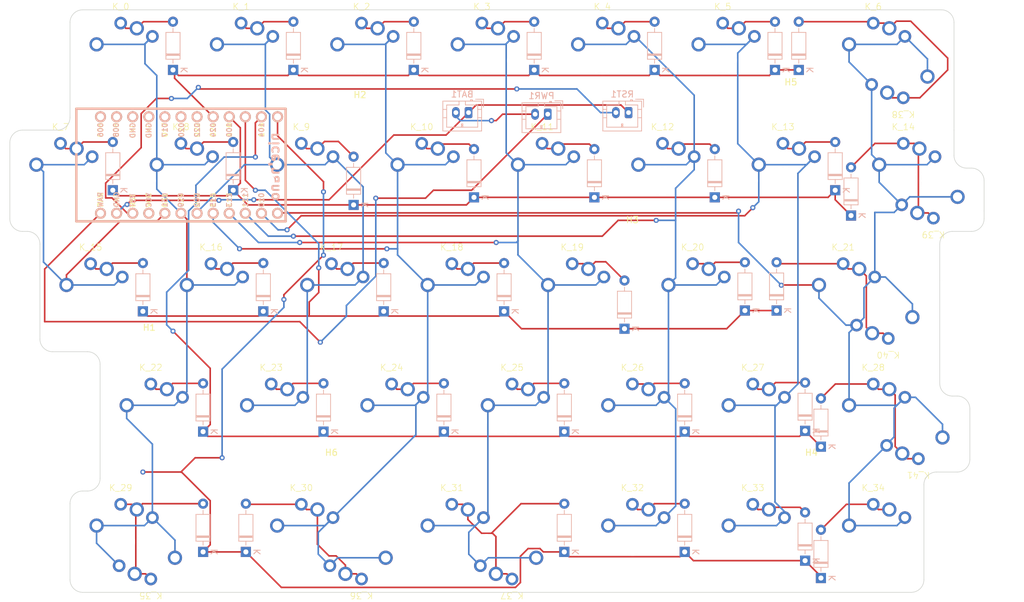
<source format=kicad_pcb>
(kicad_pcb (version 20240108) (generator "pcbnew") (generator_version "8.0")
  (layers (0 "F.Cu" signal) (31 "B.Cu" signal) (34 "B.Paste" user) (35 "F.Paste" user) (36 "B.SilkS" user "B.Silkscreen") (37 "F.SilkS" user "F.Silkscreen") (38 "B.Mask" user) (39 "F.Mask" user) (44 "Edge.Cuts" user))
  (net 0 "")
  (net 1 "col0")
  (net 2 "col1")
  (net 3 "col2")
  (net 4 "col3")
  (net 5 "col4")
  (net 6 "col5")
  (net 7 "col6")
  (net 8 "col7")
  (net 9 "row0")
  (net 10 "row1")
  (net 11 "row2")
  (net 12 "row3")
  (net 13 "row4")
  (net 14 "Net-(BAT1-Pin_2)")
  (net 15 "Net-(D_0-A)")
  (net 16 "Net-(D_1-A)")
  (net 17 "Net-(D_2-A)")
  (net 18 "Net-(D_3-A)")
  (net 19 "Net-(D_4-A)")
  (net 20 "Net-(D_5-A)")
  (net 21 "Net-(D_6-A)")
  (net 22 "Net-(D_7-A)")
  (net 23 "Net-(D_8-A)")
  (net 24 "Net-(D_9-A)")
  (net 25 "Net-(D_10-A)")
  (net 26 "Net-(D_11-A)")
  (net 27 "Net-(D_12-A)")
  (net 28 "Net-(D_13-A)")
  (net 29 "Net-(D_14-A)")
  (net 30 "Net-(D_15-A)")
  (net 31 "Net-(D_16-A)")
  (net 32 "Net-(D_17-A)")
  (net 33 "Net-(D_18-A)")
  (net 34 "Net-(D_19-A)")
  (net 35 "Net-(D_20-A)")
  (net 36 "Net-(D_21-A)")
  (net 37 "Net-(D_22-A)")
  (net 38 "Net-(D_23-A)")
  (net 39 "Net-(D_24-A)")
  (net 40 "Net-(D_25-A)")
  (net 41 "Net-(D_26-A)")
  (net 42 "Net-(D_27-A)")
  (net 43 "Net-(D_28-A)")
  (net 44 "Net-(D_29-A)")
  (net 45 "Net-(D_30-A)")
  (net 46 "Net-(D_31-A)")
  (net 47 "Net-(D_32-A)")
  (net 48 "Net-(D_33-A)")
  (net 49 "Net-(D_34-A)")
  (net 50 "Net-(BAT1-Pin_1)")
  (net 51 "Net-(PWR1-A)")
  (net 52 "Net-(RST1-B)")
  (footprint "cb:Choc-MX-19mm-1u" (layer "F.Cu") (at 159.5 49.5)
    (property "Reference" "K_5")
    (property "Value" "KEYSW" (hide yes))
  )
  (footprint "cb:Choc-MX-19mm-1u" (layer "F.Cu") (at 78.75 87.5)
    (property "Reference" "K_16")
    (property "Value" "KEYSW" (hide yes))
  )
  (footprint "cb:Choc-MX-19mm-1u" (layer "F.Cu") (at 131 68.5)
    (property "Reference" "K_11")
    (property "Value" "KEYSW" (hide yes))
  )
  (footprint "cb:Choc-MX-19mm-1u" (layer "F.Cu") (at 126.25 125.5 180)
    (property "Reference" "K_37")
    (property "Value" "KEYSW" (hide yes))
  )
  (footprint "cb:Choc-MX-19mm-1u" (layer "F.Cu") (at 64.5 49.5)
    (property "Reference" "K_0")
    (property "Value" "KEYSW" (hide yes))
  )
  (footprint "cb:Choc-MX-19mm-1u" (layer "F.Cu") (at 140.5 49.5)
    (property "Reference" "K_4")
    (property "Value" "KEYSW" (hide yes))
  )
  (footprint "cb:Choc-MX-19mm-2u" (layer "F.Cu") (at 188 49.5 180)
    (property "Reference" "K_38")
    (property "Value" "KEYSW" (hide yes))
  )
  (footprint "cb:Choc-MX-19mm-1.5u" (layer "F.Cu") (at 192.75 68.5 180)
    (property "Reference" "K_39")
    (property "Value" "KEYSW" (hide yes))
  )
  (footprint "cb:Choc-MX-19mm-1u" (layer "F.Cu") (at 102.5 49.5)
    (property "Reference" "K_2")
    (property "Value" "KEYSW" (hide yes))
  )
  (footprint "MountingHole:MountingHole_3.2mm_M3" (layer "F.Cu") (at 170.25 57.125)
    (property "Reference" "H5")
    (property "Value" "MountingHole")
  )
  (footprint "MountingHole:MountingHole_3.2mm_M3" (layer "F.Cu") (at 69 95.875)
    (property "Reference" "H1")
    (property "Value" "MountingHole")
  )
  (footprint "cb:Choc-MX-19mm-1u" (layer "F.Cu") (at 55 68.5)
    (property "Reference" "K_7")
    (property "Value" "KEYSW" (hide yes))
  )
  (footprint "MountingHole:MountingHole_3.2mm_M3" (layer "F.Cu") (at 97.75 115.625)
    (property "Reference" "H6")
    (property "Value" "MountingHole")
  )
  (footprint "MountingHole:MountingHole_3.2mm_M3" (layer "F.Cu") (at 102.25 59.125)
    (property "Reference" "H2")
    (property "Value" "MountingHole")
  )
  (footprint "cb:Choc-MX-19mm-1u" (layer "F.Cu") (at 69.25 106.5)
    (property "Reference" "K_22")
    (property "Value" "KEYSW" (hide yes))
  )
  (footprint "cb:Choc-MX-19mm-1u" (layer "F.Cu") (at 169 68.5)
    (property "Reference" "K_13")
    (property "Value" "KEYSW" (hide yes))
  )
  (footprint "cb:Choc-MX-19mm-1u" (layer "F.Cu") (at 126.25 106.5)
    (property "Reference" "K_25")
    (property "Value" "KEYSW" (hide yes))
  )
  (footprint "MountingHole:MountingHole_3.2mm_M3" (layer "F.Cu") (at 145.25 78.875)
    (property "Reference" "H3")
    (property "Value" "MountingHole")
  )
  (footprint "cb:Choc-MX-19mm-1u" (layer "F.Cu") (at 107.25 106.5)
    (property "Reference" "K_24")
    (property "Value" "KEYSW" (hide yes))
  )
  (footprint "cb:Choc-MX-19mm-1u" (layer "F.Cu") (at 188 68.5)
    (property "Reference" "K_14")
    (property "Value" "KEYSW" (hide yes))
  )
  (footprint "cb:Choc-MX-19mm-1.5u" (layer "F.Cu") (at 64.5 125.5)
    (property "Reference" "K_29")
    (property "Value" "KEYSW" (hide yes))
  )
  (footprint "cb:Choc-MX-19mm-1u" (layer "F.Cu") (at 154.75 87.5)
    (property "Reference" "K_20")
    (property "Value" "KEYSW" (hide yes))
  )
  (footprint "cb:Choc-MX-19mm-1u" (layer "F.Cu") (at 145.25 125.5)
    (property "Reference" "K_32")
    (property "Value" "KEYSW" (hide yes))
  )
  (footprint "cb:Choc-MX-19mm-1u" (layer "F.Cu") (at 145.25 106.5)
    (property "Reference" "K_26")
    (property "Value" "KEYSW" (hide yes))
  )
  (footprint "cb:Choc-MX-19mm-1.75u" (layer "F.Cu") (at 190.375 106.5 180)
    (property "Reference" "K_41")
    (property "Value" "KEYSW" (hide yes))
  )
  (footprint "cb:Choc-MX-19mm-1u" (layer "F.Cu") (at 164.25 125.5)
    (property "Reference" "K_33")
    (property "Value" "KEYSW" (hide yes))
  )
  (footprint "cb:Choc-MX-19mm-1u" (layer "F.Cu") (at 83.5 49.5)
    (property "Reference" "K_1")
    (property "Value" "KEYSW" (hide yes))
  )
  (footprint "cb:Choc-MX-19mm-1u" (layer "F.Cu") (at 183.25 106.5)
    (property "Reference" "K_28")
    (property "Value" "KEYSW" (hide yes))
  )
  (footprint "cb:Choc-MX-19mm-1u" (layer "F.Cu") (at 97.75 87.5)
    (property "Reference" "K_17")
    (property "Value" "KEYSW" (hide yes))
  )
  (footprint "cb:Choc-MX-19mm-1u" (layer "F.Cu") (at 59.75 87.5)
    (property "Reference" "K_15")
    (property "Value" "KEYSW" (hide yes))
  )
  (footprint "cb:Choc-MX-19mm-1.5u" (layer "F.Cu") (at 178.5 87.5)
    (property "Reference" "K_21")
    (property "Value" "KEYSW" (hide yes))
  )
  (footprint "cb:Choc-MX-19mm-2u" (layer "F.Cu") (at 69.25 125.5 180)
    (property "Reference" "K_35")
    (property "Value" "KEYSW" (hide yes))
  )
  (footprint "cb:Choc-MX-19mm-1u" (layer "F.Cu") (at 150 68.5)
    (property "Reference" "K_12")
    (property "Value" "KEYSW" (hide yes))
  )
  (footprint "cb:Choc-MX-19mm-1u" (layer "F.Cu") (at 121.5 49.5)
    (property "Reference" "K_3")
    (property "Value" "KEYSW" (hide yes))
  )
  (footprint "cb:Choc-MX-19mm-1u" (layer "F.Cu") (at 135.75 87.5)
    (property "Reference" "K_19")
    (property "Value" "KEYSW" (hide yes))
  )
  (footprint "cb:Choc-MX-19mm-1u" (layer "F.Cu") (at 183.25 125.5)
    (property "Reference" "K_34")
    (property "Value" "KEYSW" (hide yes))
  )
  (footprint "cb:Choc-MX-19mm-1u" (layer "F.Cu") (at 93 68.5)
    (property "Reference" "K_9")
    (property "Value" "KEYSW" (hide yes))
  )
  (footprint "cb:Choc-MX-19mm-1.5u" (layer "F.Cu") (at 183.25 49.5)
    (property "Reference" "K_6")
    (property "Value" "KEYSW" (hide yes))
  )
  (footprint "cb:Choc-MX-19mm-1u" (layer "F.Cu") (at 88.25 106.5)
    (property "Reference" "K_23")
    (property "Value" "KEYSW" (hide yes))
  )
  (footprint "cb:Choc-MX-19mm-2.25u" (layer "F.Cu") (at 185.625 87.5 180)
    (property "Reference" "K_40")
    (property "Value" "KEYSW" (hide yes))
  )
  (footprint "cb:Choc-MX-19mm-1.5u" (layer "F.Cu") (at 93 125.5)
    (property "Reference" "K_30")
    (property "Value" "KEYSW" (hide yes))
  )
  (footprint "cb:Choc-MX-19mm-1u" (layer "F.Cu") (at 164.25 106.5)
    (property "Reference" "K_27")
    (property "Value" "KEYSW" (hide yes))
  )
  (footprint "MountingHole:MountingHole_3.2mm_M3" (layer "F.Cu") (at 173.5 115.625)
    (property "Reference" "H4")
    (property "Value" "MountingHole")
  )
  (footprint "cb:Choc-MX-19mm-1u" (layer "F.Cu") (at 112 68.5)
    (property "Reference" "K_10")
    (property "Value" "KEYSW" (hide yes))
  )
  (footprint "cb:Choc-MX-19mm-1u" (layer "F.Cu") (at 74 68.5)
    (property "Reference" "K_8")
    (property "Value" "KEYSW" (hide yes))
  )
  (footprint "cb:Choc-MX-19mm-1u" (layer "F.Cu") (at 116.75 87.5)
    (property "Reference" "K_18")
    (property "Value" "KEYSW" (hide yes))
  )
  (footprint "cb:Choc-MX-19mm-1u" (layer "F.Cu") (at 116.75 125.5)
    (property "Reference" "K_31")
    (property "Value" "KEYSW" (hide yes))
  )
  (footprint "cb:Choc-MX-19mm-1.5u" (layer "F.Cu") (at 102.5 125.5 180)
    (property "Reference" "K_36")
    (property "Value" "KEYSW" (hide yes))
  )
  (footprint "cb:nice_nano_no_mid" (layer "B.Cu") (at 75.28 66.015)
    (property "Reference" "U1" (hide yes))
    (property "Value" "nice_nano" (hide yes))
  )
  (footprint "ScottoKeebs_Components:Diode_DO-35" (layer "B.Cu") (at 177.25 69.995 90)
    (property "Reference" "D_13" (hide yes))
    (property "Value" "D" (hide yes))
  )
  (footprint "ScottoKeebs_Components:Diode_DO-35" (layer "B.Cu") (at 158.25 71.12 90)
    (property "Reference" "D_12" (hide yes))
    (property "Value" "D" (hide yes))
  )
  (footprint "ScottoKeebs_Components:Diode_DO-35" (layer "B.Cu") (at 134.5 108.12 90)
    (property "Reference" "D_25" (hide yes))
    (property "Value" "D" (hide yes))
  )
  (footprint "ScottoKeebs_Components:Diode_DO-35" (layer "B.Cu") (at 153.5 127.12 90)
    (property "Reference" "D_32" (hide yes))
    (property "Value" "D" (hide yes))
  )
  (footprint "Connector_JST:JST_PH_B2B-PH-K_1x02_P2.00mm_Vertical" (layer "B.Cu") (at 119.39 57.735 180)
    (property "Reference" "BAT1")
    (property "Value" "B+")
  )
  (footprint "ScottoKeebs_Components:Diode_DO-35" (layer "B.Cu") (at 139.25 71.12 90)
    (property "Reference" "D_11" (hide yes))
    (property "Value" "D" (hide yes))
  )
  (footprint "Connector_JST:JST_PH_B2B-PH-K_1x02_P2.00mm_Vertical" (layer "B.Cu") (at 144.64 57.735 180)
    (property "Reference" "RST1")
    (property "Value" "SW_SPST")
  )
  (footprint "ScottoKeebs_Components:Diode_DO-35" (layer "B.Cu") (at 77.5 108.12 90)
    (property "Reference" "D_22" (hide yes))
    (property "Value" "D" (hide yes))
  )
  (footprint "Connector_JST:JST_PH_B2B-PH-K_1x02_P2.00mm_Vertical" (layer "B.Cu") (at 131.89 57.985 180)
    (property "Reference" "PWR1")
    (property "Value" "SW_SPST")
  )
  (footprint "ScottoKeebs_Components:Diode_DO-35" (layer "B.Cu") (at 129.75 50.995 90)
    (property "Reference" "D_3" (hide yes))
    (property "Value" "D" (hide yes))
  )
  (footprint "ScottoKeebs_Components:Diode_DO-35" (layer "B.Cu") (at 171.5 50.995 90)
    (property "Reference" "D_6" (hide yes))
    (property "Value" "D" (hide yes))
  )
  (footprint "ScottoKeebs_Components:Diode_DO-35" (layer "B.Cu") (at 163 88.995 90)
    (property "Reference" "D_20" (hide yes))
    (property "Value" "D" (hide yes))
  )
  (footprint "ScottoKeebs_Components:Diode_DO-35" (layer "B.Cu") (at 125 89.12 90)
    (property "Reference" "D_18" (hide yes))
    (property "Value" "D" (hide yes))
  )
  (footprint "ScottoKeebs_Components:Diode_DO-35" (layer "B.Cu") (at 175 110.495 90)
    (property "Reference" "D_28" (hide yes))
    (property "Value" "D" (hide yes))
  )
  (footprint "ScottoKeebs_Components:Diode_DO-35" (layer "B.Cu") (at 179.75 73.995 90)
    (property "Reference" "D_14" (hide yes))
    (property "Value" "D" (hide yes))
  )
  (footprint "ScottoKeebs_Components:Diode_DO-35" (layer "B.Cu") (at 84.25 127.12 90)
    (property "Reference" "D_30" (hide yes))
    (property "Value" "D" (hide yes))
  )
  (footprint "ScottoKeebs_Components:Diode_DO-35" (layer "B.Cu") (at 167.75 50.995 90)
    (property "Reference" "D_5" (hide yes))
    (property "Value" "D" (hide yes))
  )
  (footprint "ScottoKeebs_Components:Diode_DO-35" (layer "B.Cu") (at 172.5 128.495 90)
    (property "Reference" "D_33" (hide yes))
    (property "Value" "D" (hide yes))
  )
  (footprint "ScottoKeebs_Components:Diode_DO-35" (layer "B.Cu") (at 144 91.87 90)
    (property "Reference" "D_19" (hide yes))
    (property "Value" "D" (hide yes))
  )
  (footprint "ScottoKeebs_Components:Diode_DO-35" (layer "B.Cu") (at 96.5 108.12 90)
    (property "Reference" "D_23" (hide yes))
    (property "Value" "D" (hide yes))
  )
  (footprint "ScottoKeebs_Components:Diode_DO-35" (layer "B.Cu") (at 175 131.245 90)
    (property "Reference" "D_34" (hide yes))
    (property "Value" "D" (hide yes))
  )
  (footprint "ScottoKeebs_Components:Diode_DO-35" (layer "B.Cu") (at 115.5 108.12 90)
    (property "Reference" "D_24" (hide yes))
    (property "Value" "D" (hide yes))
  )
  (footprint "ScottoKeebs_Components:Diode_DO-35" (layer "B.Cu") (at 72.75 50.995 90)
    (property "Reference" "D_0" (hide yes))
    (property "Value" "D" (hide yes))
  )
  (footprint "ScottoKeebs_Components:Diode_DO-35" (layer "B.Cu") (at 91.75 50.995 90)
    (property "Reference" "D_1" (hide yes))
    (property "Value" "D" (hide yes))
  )
  (footprint "ScottoKeebs_Components:Diode_DO-35" (layer "B.Cu") (at 82.25 69.995 90)
    (property "Reference" "D_8" (hide yes))
    (property "Value" "D" (hide yes))
  )
  (footprint "ScottoKeebs_Components:Diode_DO-35" (layer "B.Cu") (at 168 88.995 90)
    (property "Reference" "D_21" (hide yes))
    (property "Value" "D" (hide yes))
  )
  (footprint "ScottoKeebs_Components:Diode_DO-35" (layer "B.Cu") (at 172.5 107.995 90)
    (property "Reference" "D_27" (hide yes))
    (property "Value" "D" (hide yes))
  )
  (footprint "ScottoKeebs_Components:Diode_DO-35" (layer "B.Cu") (at 101.25 72.31 90)
    (property "Reference" "D_9" (hide yes))
    (property "Value" "D" (hide yes))
  )
  (footprint "ScottoKeebs_Components:Diode_DO-35" (layer "B.Cu") (at 106 89.12 90)
    (property "Reference" "D_17" (hide yes))
    (property "Value" "D" (hide yes))
  )
  (footprint "ScottoKeebs_Components:Diode_DO-35" (layer "B.Cu") (at 134.5 127.12 90)
    (property "Reference" "D_31" (hide yes))
    (property "Value" "D" (hide yes))
  )
  (footprint "ScottoKeebs_Components:Diode_DO-35" (layer "B.Cu") (at 110.75 50.995 90)
    (property "Reference" "D_2" (hide yes))
    (property "Value" "D" (hide yes))
  )
  (footprint "ScottoKeebs_Components:Diode_DO-35" (layer "B.Cu") (at 120.25 71.12 90)
    (property "Reference" "D_10" (hide yes))
    (property "Value" "D" (hide yes))
  )
  (footprint "ScottoKeebs_Components:Diode_DO-35" (layer "B.Cu") (at 68 89.12 90)
    (property "Reference" "D_15" (hide yes))
    (property "Value" "D" (hide yes))
  )
  (footprint "ScottoKeebs_Components:Diode_DO-35" (layer "B.Cu") (at 63.25 69.995 90)
    (property "Reference" "D_7" (hide yes))
    (property "Value" "D" (hide yes))
  )
  (footprint "ScottoKeebs_Components:Diode_DO-35" (layer "B.Cu") (at 148.75 50.995 90)
    (property "Reference" "D_4" (hide yes))
    (property "Value" "D" (hide yes))
  )
  (footprint "ScottoKeebs_Components:Diode_DO-35" (layer "B.Cu") (at 153.5 108.12 90)
    (property "Reference" "D_26" (hide yes))
    (property "Value" "D" (hide yes))
  )
  (footprint "ScottoKeebs_Components:Diode_DO-35" (layer "B.Cu") (at 77.5 127.12 90)
    (property "Reference" "D_29" (hide yes))
    (property "Value" "D" (hide yes))
  )
  (footprint "ScottoKeebs_Components:Diode_DO-35" (layer "B.Cu") (at 87 89.12 90)
    (property "Reference" "D_16" (hide yes))
    (property "Value" "D" (hide yes))
  )
  (gr_line (start 196 60.5) (end 196 64.5) (stroke (width 0.1)) (layer "Edge.Cuts"))
  (gr_arc (start 49 76.5) (mid 47.585786 75.914214) (end 47 74.5) (stroke (width 0.1)) (layer "Edge.Cuts"))
  (gr_line (start 193.75 84.25) (end 193.75 100.5) (stroke (width 0.1)) (layer "Edge.Cuts"))
  (gr_arc (start 194 41.5) (mid 195.414214 42.085786) (end 196 43.5) (stroke (width 0.1)) (layer "Edge.Cuts"))
  (gr_arc (start 191.25 116.5) (mid 191.835786 115.085786) (end 193.25 114.5) (stroke (width 0.1)) (layer "Edge.Cuts"))
  (gr_arc (start 200.75 74.5) (mid 200.164214 75.914214) (end 198.75 76.5) (stroke (width 0.1)) (layer "Edge.Cuts"))
  (gr_arc (start 193.75 78.5) (mid 194.335786 77.085786) (end 195.75 76.5) (stroke (width 0.1)) (layer "Edge.Cuts"))
  (gr_line (start 51.75 93.5) (end 51.75 78.5) (stroke (width 0.1)) (layer "Edge.Cuts"))
  (gr_line (start 47 74.5) (end 47 62.5) (stroke (width 0.1)) (layer "Edge.Cuts"))
  (gr_line (start 194 41.5) (end 191.25 41.5) (stroke (width 0.1)) (layer "Edge.Cuts"))
  (gr_arc (start 47 62.5) (mid 47.585786 61.085786) (end 49 60.5) (stroke (width 0.1)) (layer "Edge.Cuts"))
  (gr_line (start 200.75 68.5) (end 200.75 73.25) (stroke (width 0.1)) (layer "Edge.Cuts"))
  (gr_arc (start 56.5 58.5) (mid 55.914214 59.914214) (end 54.5 60.5) (stroke (width 0.1)) (layer "Edge.Cuts"))
  (gr_line (start 56.5 58.5) (end 56.5 43.5) (stroke (width 0.1)) (layer "Edge.Cuts"))
  (gr_arc (start 56.5 119.5) (mid 57.085786 118.085786) (end 58.5 117.5) (stroke (width 0.1)) (layer "Edge.Cuts"))
  (gr_line (start 198.5 104.5) (end 198.5 112.5) (stroke (width 0.1)) (layer "Edge.Cuts"))
  (gr_line (start 193.75 84.25) (end 193.75 78.5) (stroke (width 0.1)) (layer "Edge.Cuts"))
  (gr_arc (start 58.5 133.5) (mid 57.085786 132.914214) (end 56.5 131.5) (stroke (width 0.1)) (layer "Edge.Cuts"))
  (gr_arc (start 198 66.5) (mid 196.585786 65.914214) (end 196 64.5) (stroke (width 0.1)) (layer "Edge.Cuts"))
  (gr_arc (start 198.75 66.5) (mid 200.164214 67.085786) (end 200.75 68.5) (stroke (width 0.1)) (layer "Edge.Cuts"))
  (gr_line (start 56.5 131.5) (end 56.5 119.5) (stroke (width 0.1)) (layer "Edge.Cuts"))
  (gr_line (start 49.75 76.5) (end 49 76.5) (stroke (width 0.1)) (layer "Edge.Cuts"))
  (gr_line (start 49 60.5) (end 54.5 60.5) (stroke (width 0.1)) (layer "Edge.Cuts"))
  (gr_line (start 191.25 116.5) (end 191.25 131.5) (stroke (width 0.1)) (layer "Edge.Cuts"))
  (gr_arc (start 59.25 95.5) (mid 60.664214 96.085786) (end 61.25 97.5) (stroke (width 0.1)) (layer "Edge.Cuts"))
  (gr_arc (start 53.75 95.5) (mid 52.335786 94.914214) (end 51.75 93.5) (stroke (width 0.1)) (layer "Edge.Cuts"))
  (gr_line (start 61.25 115.5) (end 61.25 97.5) (stroke (width 0.1)) (layer "Edge.Cuts"))
  (gr_line (start 196 60.5) (end 196 43.5) (stroke (width 0.1)) (layer "Edge.Cuts"))
  (gr_line (start 58.5 41.5) (end 191.25 41.5) (stroke (width 0.1)) (layer "Edge.Cuts"))
  (gr_arc (start 49.75 76.5) (mid 51.164214 77.085786) (end 51.75 78.5) (stroke (width 0.1)) (layer "Edge.Cuts"))
  (gr_line (start 198.75 76.5) (end 195.75 76.5) (stroke (width 0.1)) (layer "Edge.Cuts"))
  (gr_line (start 198 66.5) (end 198.75 66.5) (stroke (width 0.1)) (layer "Edge.Cuts"))
  (gr_arc (start 191.25 131.5) (mid 190.664214 132.914214) (end 189.25 133.5) (stroke (width 0.1)) (layer "Edge.Cuts"))
  (gr_line (start 59.25 95.5) (end 53.75 95.5) (stroke (width 0.1)) (layer "Edge.Cuts"))
  (gr_arc (start 198.5 112.5) (mid 197.914214 113.914214) (end 196.5 114.5) (stroke (width 0.1)) (layer "Edge.Cuts"))
  (gr_line (start 196.5 114.5) (end 193.25 114.5) (stroke (width 0.1)) (layer "Edge.Cuts"))
  (gr_line (start 189.25 133.5) (end 58.5 133.5) (stroke (width 0.1)) (layer "Edge.Cuts"))
  (gr_arc (start 195.75 102.5) (mid 194.335786 101.914214) (end 193.75 100.5) (stroke (width 0.1)) (layer "Edge.Cuts"))
  (gr_arc (start 56.5 43.5) (mid 57.085786 42.085786) (end 58.5 41.5) (stroke (width 0.1)) (layer "Edge.Cuts"))
  (gr_arc (start 196.5 102.5) (mid 197.914214 103.085786) (end 198.5 104.5) (stroke (width 0.1)) (layer "Edge.Cuts"))
  (gr_line (start 200.75 73.25) (end 200.75 74.5) (stroke (width 0.1)) (layer "Edge.Cuts"))
  (gr_line (start 195.75 102.5) (end 196.5 102.5) (stroke (width 0.1)) (layer "Edge.Cuts"))
  (gr_arc (start 61.25 115.5) (mid 60.664214 116.914214) (end 59.25 117.5) (stroke (width 0.1)) (layer "Edge.Cuts"))
  (gr_line (start 58.5 117.5) (end 59.25 117.5) (stroke (width 0.1)) (layer "Edge.Cuts"))
  (segment (start 70.2687 74.8363) (end 64.47271 74.8363) (width 0.25) (layer "F.Cu") (net 1))
  (segment (start 71.47 73.635) (end 70.2687 74.8363) (width 0.25) (layer "F.Cu") (net 1))
  (segment (start 64.47271 74.8363) (end 55.94 83.36901) (width 0.25) (layer "F.Cu") (net 1))
  (segment (start 55.94 83.36901) (end 55.94 84.96) (width 0.25) (layer "F.Cu") (net 1))
  (segment (start 63.49 84.96) (end 64.75 83.7) (width 0.25) (layer "B.Cu") (net 1))
  (segment (start 51.19 65.96) (end 58.74 65.96) (width 0.25) (layer "B.Cu") (net 1))
  (segment (start 58.74 65.96) (end 60 64.7) (width 0.25) (layer "B.Cu") (net 1))
  (segment (start 52.315 81.335) (end 55.94 84.96) (width 0.25) (layer "B.Cu") (net 1))
  (segment (start 51.19 65.96) (end 52.315 67.085) (width 0.25) (layer "B.Cu") (net 1))
  (segment (start 52.315 67.085) (end 52.315 81.335) (width 0.25) (layer "B.Cu") (net 1))
  (segment (start 55.94 84.96) (end 63.49 84.96) (width 0.25) (layer "B.Cu") (net 1))
  (segment (start 74.94 74.565) (end 74.01 73.635) (width 0.25) (layer "F.Cu") (net 2))
  (segment (start 74.94 84.96) (end 74.94 74.565) (width 0.25) (layer "F.Cu") (net 2))
  (segment (start 74.94 84.96) (end 82.49 84.96) (width 0.25) (layer "B.Cu") (net 2))
  (segment (start 74.94 101.81) (end 74.94 84.96) (width 0.25) (layer "B.Cu") (net 2))
  (segment (start 74.25 102.7) (end 74.25 102.5) (width 0.25) (layer "B.Cu") (net 2))
  (segment (start 69.5 121.7) (end 73.06 125.26) (width 0.25) (layer "B.Cu") (net 2))
  (segment (start 69.5 121.7) (end 69.5 110.100131) (width 0.25) (layer "B.Cu") (net 2))
  (segment (start 60.69 125.74) (end 60.69 122.96) (width 0.25) (layer "B.Cu") (net 2))
  (segment (start 65.44 103.96) (end 72.99 103.96) (width 0.25) (layer "B.Cu") (net 2))
  (segment (start 77.74 65.96) (end 70.19 65.96) (width 0.25) (layer "B.Cu") (net 2))
  (segment (start 70.19 69.815) (end 70.19 65.96) (width 0.25) (layer "B.Cu") (net 2))
  (segment (start 64.25 129.3) (end 60.69 125.74) (width 0.25) (layer "B.Cu") (net 2))
  (segment (start 68.24 46.96) (end 60.69 46.96) (width 0.25) (layer "B.Cu") (net 2))
  (segment (start 79 64.7) (end 77.74 65.96) (width 0.25) (layer "B.Cu") (net 2))
  (segment (start 69.5 45.7) (end 68.24 46.96) (width 0.25) (layer "B.Cu") (net 2))
  (segment (start 60.69 122.96) (end 68.24 122.96) (width 0.25) (layer "B.Cu") (net 2))
  (segment (start 65.44 106.040131) (end 65.44 103.96) (width 0.25) (layer "B.Cu") (net 2))
  (segment (start 68.24 122.96) (end 69.5 121.7) (width 0.25) (layer "B.Cu") (net 2))
  (segment (start 82.49 84.96) (end 83.75 83.7) (width 0.25) (layer "B.Cu") (net 2))
  (segment (start 70.19 51.877767) (end 68.33 50.017767) (width 0.25) (layer "B.Cu") (net 2))
  (segment (start 68.33 50.017767) (end 68.33 46.87) (width 0.25) (layer "B.Cu") (net 2))
  (segment (start 73.06 125.26) (end 73.06 128.04) (width 0.25) (layer "B.Cu") (net 2))
  (segment (start 70.19 65.96) (end 70.19 51.877767) (width 0.25) (layer "B.Cu") (net 2))
  (segment (start 74.25 102.5) (end 74.94 101.81) (width 0.25) (layer "B.Cu") (net 2))
  (segment (start 72.99 103.96) (end 74.25 102.7) (width 0.25) (layer "B.Cu") (net 2))
  (segment (start 74.01 73.635) (end 70.19 69.815) (width 0.25) (layer "B.Cu") (net 2))
  (segment (start 69.5 110.100131) (end 65.44 106.040131) (width 0.25) (layer "B.Cu") (net 2))
  (segment (start 68.33 46.87) (end 69.5 45.7) (width 0.25) (layer "B.Cu") (net 2))
  (segment (start 76.55 73.635) (end 76.615 73.635) (width 0.25) (layer "B.Cu") (net 3))
  (segment (start 91.99 103.96) (end 84.44 103.96) (width 0.25) (layer "B.Cu") (net 3))
  (segment (start 87.24 46.96) (end 88.5 45.7) (width 0.25) (layer "B.Cu") (net 3))
  (segment (start 76.75 73.5) (end 76.75 73.245) (width 0.25) (layer "B.Cu") (net 3))
  (segment (start 98 64.7) (end 102.75 69.45) (width 0.25) (layer "B.Cu") (net 3))
  (segment (start 84.035 65.96) (end 89.19 65.96) (width 0.25) (layer "B.Cu") (net 3))
  (segment (start 88 64.77) (end 89.19 65.96) (width 0.25) (layer "B.Cu") (net 3))
  (segment (start 76.75 73.245) (end 84.035 65.96) (width 0.25) (layer "B.Cu") (net 3))
  (segment (start 102.75 69.45) (end 102.75 83.7) (width 0.25) (layer "B.Cu") (net 3))
  (segment (start 101.49 84.96) (end 102.75 83.7) (width 0.25) (layer "B.Cu") (net 3))
  (segment (start 89.19 65.96) (end 96.74 65.96) (width 0.25) (layer "B.Cu") (net 3))
  (segment (start 87.33 46.87) (end 87.33 57.316105) (width 0.25) (layer "B.Cu") (net 3))
  (segment (start 88 57.986105) (end 88 64.77) (width 0.25) (layer "B.Cu") (net 3))
  (segment (start 93.94 84.96) (end 93.94 102.01) (width 0.25) (layer "B.Cu") (net 3))
  (segment (start 93.25 102.7) (end 91.99 103.96) (width 0.25) (layer "B.Cu") (net 3))
  (segment (start 79.69 46.96) (end 87.24 46.96) (width 0.25) (layer "B.Cu") (net 3))
  (segment (start 87.33 57.316105) (end 88 57.986105) (width 0.25) (layer "B.Cu") (net 3))
  (segment (start 88.5 45.7) (end 87.33 46.87) (width 0.25) (layer "B.Cu") (net 3))
  (segment (start 93.94 102.01) (end 93.25 102.7) (width 0.25) (layer "B.Cu") (net 3))
  (segment (start 76.615 73.635) (end 76.75 73.5) (width 0.25) (layer "B.Cu") (net 3))
  (segment (start 93.94 84.96) (end 101.49 84.96) (width 0.25) (layer "B.Cu") (net 3))
  (segment (start 96.74 65.96) (end 98 64.7) (width 0.25) (layer "B.Cu") (net 3))
  (segment (start 83.25 79.25) (end 106.5 79.25) (width 0.25) (layer "F.Cu") (net 4))
  (via (at 106.5 79.25) (size 0.8) (drill 0.4) (layers "F.Cu" "B.Cu") (net 4))
  (via (at 83.25 79.25) (size 0.8) (drill 0.4) (layers "F.Cu" "B.Cu") (net 4))
  (segment (start 96.74 122.96) (end 89.19 122.96) (width 0.25) (layer "B.Cu") (net 4))
  (segment (start 115.74 65.96) (end 117 64.7) (width 0.25) (layer "B.Cu") (net 4))
  (segment (start 108.19 65.96) (end 115.74 65.96) (width 0.25) (layer "B.Cu") (net 4))
  (segment (start 112.94 84.96) (end 108.19 80.21) (width 0.25) (layer "B.Cu") (net 4))
  (segment (start 106.33 64.1) (end 106.33 46.87) (width 0.25) (layer "B.Cu") (net 4))
  (segment (start 79.09 73.635) (end 79.09 75.09) (width 0.25) (layer "B.Cu") (net 4))
  (segment (start 79.09 75.09) (end 83.25 79.25) (width 0.25) (layer "B.Cu") (net 4))
  (segment (start 111.08 103.87) (end 112.25 102.7) (width 0.25) (layer "B.Cu") (net 4))
  (segment (start 106.31 128.04) (end 98.76 128.04) (width 0.25) (layer "B.Cu") (net 4))
  (segment (start 108.19 79.25) (end 108.19 65.96) (width 0.25) (layer "B.Cu") (net 4))
  (segment (start 111.08 108.62) (end 111.08 103.87) (width 0.25) (layer "B.Cu") (net 4))
  (segment (start 112.25 102.7) (end 110.99 103.96) (width 0.25) (layer "B.Cu") (net 4))
  (segment (start 112.94 84.96) (end 120.49 84.96) (width 0.25) (layer "B.Cu") (net 4))
  (segment (start 95.675 124.025) (end 98 121.7) (width 0.25) (layer "B.Cu") (net 4))
  (segment (start 112.25 102.7) (end 112.94 102.01) (width 0.25) (layer "B.Cu") (net 4))
  (segment (start 120.49 84.96) (end 121.75 83.7) (width 0.25) (layer "B.Cu") (net 4))
  (segment (start 110.99 103.96) (end 103.44 103.96) (width 0.25) (layer "B.Cu") (net 4))
  (segment (start 106.24 46.96) (end 98.69 46.96) (width 0.25) (layer "B.Cu") (net 4))
  (segment (start 106.5 79.25) (end 108.19 79.25) (width 0.25) (layer "B.Cu") (net 4))
  (segment (start 95.675 127.475) (end 95.675 124.025) (width 0.25) (layer "B.Cu") (net 4))
  (segment (start 97.5 129.3) (end 95.675 127.475) (width 0.25) (layer "B.Cu") (net 4))
  (segment (start 107.5 45.7) (end 106.24 46.96) (width 0.25) (layer "B.Cu") (net 4))
  (segment (start 106.33 46.87) (end 107.5 45.7) (width 0.25) (layer "B.Cu") (net 4))
  (segment (start 108.19 65.96) (end 106.33 64.1) (width 0.25) (layer "B.Cu") (net 4))
  (segment (start 98.76 128.04) (end 97.5 129.3) (width 0.25) (layer "B.Cu") (net 4))
  (segment (start 108.19 80.21) (end 108.19 79.25) (width 0.25) (layer "B.Cu") (net 4))
  (segment (start 98 121.7) (end 96.74 122.96) (width 0.25) (layer "B.Cu") (net 4))
  (segment (start 112.94 102.01) (end 112.94 84.96) (width 0.25) (layer "B.Cu") (net 4))
  (segment (start 98 121.7) (end 111.08 108.62) (width 0.25) (layer "B.Cu") (net 4))
  (segment (start 92.75 78.25) (end 123.75 78.25) (width 0.25) (layer "F.Cu") (net 5))
  (via (at 123.75 78.25) (size 0.8) (drill 0.4) (layers "F.Cu" "B.Cu") (net 5))
  (via (at 92.75 78.25) (size 0.8) (drill 0.4) (layers "F.Cu" "B.Cu") (net 5))
  (segment (start 121.75 121.7) (end 119.425 124.025) (width 0.25) (layer "B.Cu") (net 5))
  (segment (start 126.5 45.7) (end 125.24 46.96) (width 0.25) (layer "B.Cu") (net 5))
  (segment (start 127.19 80.21) (end 131.94 84.96) (width 0.25) (layer "B.Cu") (net 5))
  (segment (start 119.425 127.475) (end 121.25 129.3) (width 0.25) (layer "B.Cu") (net 5))
  (segment (start 86.245 78.25) (end 92.75 78.25) (width 0.25) (layer "B.Cu") (net 5))
  (segment (start 121.75 121.7) (end 120.49 122.96) (width 0.25) (layer "B.Cu") (net 5))
  (segment (start 129.99 103.96) (end 122.44 103.96) (width 0.25) (layer "B.Cu") (net 5))
  (segment (start 119.425 124.025) (end 119.425 127.475) (width 0.25) (layer "B.Cu") (net 5))
  (segment (start 81.63 73.635) (end 86.245 78.25) (width 0.25) (layer "B.Cu") (net 5))
  (segment (start 127.19 65.96) (end 134.74 65.96) (width 0.25) (layer "B.Cu") (net 5))
  (segment (start 120.49 122.96) (end 112.94 122.96) (width 0.25) (layer "B.Cu") (net 5))
  (segment (start 139.49 84.96) (end 140.75 83.7) (width 0.25) (layer "B.Cu") (net 5))
  (segment (start 122.51 128.04) (end 130.06 128.04) (width 0.25) (layer "B.Cu") (net 5))
  (segment (start 131.94 84.96) (end 139.49 84.96) (width 0.25) (layer "B.Cu") (net 5))
  (segment (start 126.94 78.25) (end 127.19 78) (width 0.25) (layer "B.Cu") (net 5))
  (segment (start 127.19 65.96) (end 127.19 78) (width 0.25) (layer "B.Cu") (net 5))
  (segment (start 121.25 129.3) (end 122.51 128.04) (width 0.25) (layer "B.Cu") (net 5))
  (segment (start 126.5 45.7) (end 125.33 46.87) (width 0.25) (layer "B.Cu") (net 5))
  (segment (start 131.94 84.96) (end 131.94 102.01) (width 0.25) (layer "B.Cu") (net 5))
  (segment (start 127.19 78) (end 127.19 80.21) (width 0.25) (layer "B.Cu") (net 5))
  (segment (start 125.33 46.87) (end 125.33 64.1) (width 0.25) (layer "B.Cu") (net 5))
  (segment (start 125.24 46.96) (end 117.69 46.96) (width 0.25) (layer "B.Cu") (net 5))
  (segment (start 122.44 103.96) (end 122.44 121.01) (width 0.25) (layer "B.Cu") (net 5))
  (segment (start 122.44 121.01) (end 121.75 121.7) (width 0.25) (layer "B.Cu") (net 5))
  (segment (start 125.33 64.1) (end 127.19 65.96) (width 0.25) (layer "B.Cu") (net 5))
  (segment (start 131.25 102.7) (end 129.99 103.96) (width 0.25) (layer "B.Cu") (net 5))
  (segment (start 123.75 78.25) (end 126.94 78.25) (width 0.25) (layer "B.Cu") (net 5))
  (segment (start 134.74 65.96) (end 136 64.7) (width 0.25) (layer "B.Cu") (net 5))
  (segment (start 131.94 102.01) (end 131.25 102.7) (width 0.25) (layer "B.Cu") (net 5))
  (segment (start 142.25 75.5) (end 143 74.75) (width 0.25) (layer "F.Cu") (net 6))
  (segment (start 91.75 77.25) (end 140.5 77.25) (width 0.25) (layer "F.Cu") (net 6))
  (segment (start 140.5 77.25) (end 142.25 75.5) (width 0.25) (layer "F.Cu") (net 6))
  (segment (start 143 74.75) (end 149 74.75) (width 0.25) (layer "F.Cu") (net 6))
  (via (at 149 74.75) (size 0.8) (drill 0.4) (layers "F.Cu" "B.Cu") (net 6))
  (via (at 91.75 77.25) (size 0.8) (drill 0.4) (layers "F.Cu" "B.Cu") (net 6))
  (segment (start 145.705 45.7) (end 145.5 45.7) (width 0.25) (layer "B.Cu") (net 6))
  (segment (start 158.49 84.96) (end 159.75 83.7) (width 0.25) (layer "B.Cu") (net 6))
  (segment (start 152.065 83.835) (end 152.065 74.75) (width 0.25) (layer "B.Cu") (net 6))
  (segment (start 150.94 102.01) (end 150.94 84.96) (width 0.25) (layer "B.Cu") (net 6))
  (segment (start 84.17 73.635) (end 87.785 77.25) (width 0.25) (layer "B.Cu") (net 6))
  (segment (start 148.99 103.96) (end 141.44 103.96) (width 0.25) (layer "B.Cu") (net 6))
  (segment (start 150.25 102.7) (end 148.99 103.96) (width 0.25) (layer "B.Cu") (net 6))
  (segment (start 150.94 84.96) (end 152.065 83.835) (width 0.25) (layer "B.Cu") (net 6))
  (segment (start 152.075 104.525) (end 150.25 102.7) (width 0.25) (layer "B.Cu") (net 6))
  (segment (start 155 64.7) (end 153.74 65.96) (width 0.25) (layer "B.Cu") (net 6))
  (segment (start 87.785 77.25) (end 91.75 77.25) (width 0.25) (layer "B.Cu") (net 6))
  (segment (start 144.24 46.96) (end 136.69 46.96) (width 0.25) (layer "B.Cu") (net 6))
  (segment (start 155 54.995) (end 145.705 45.7) (width 0.25) (layer "B.Cu") (net 6))
  (segment (start 153.74 65.96) (end 146.19 65.96) (width 0.25) (layer "B.Cu") (net 6))
  (segment (start 152.075 119.875) (end 152.075 104.525) (width 0.25) (layer "B.Cu") (net 6))
  (segment (start 150.25 102.7) (end 150.94 102.01) (width 0.25) (layer "B.Cu") (net 6))
  (segment (start 152.065 69.685) (end 155 66.75) (width 0.25) (layer "B.Cu") (net 6))
  (segment (start 150.25 121.7) (end 152.075 119.875) (width 0.25) (layer "B.Cu") (net 6))
  (segment (start 145.5 45.7) (end 144.24 46.96) (width 0.25) (layer "B.Cu") (net 6))
  (segment (start 152.065 74.75) (end 152.065 69.685) (width 0.25) (layer "B.Cu") (net 6))
  (segment (start 141.44 122.96) (end 148.99 122.96) (width 0.25) (layer "B.Cu") (net 6))
  (segment (start 149 74.75) (end 152.065 74.75) (width 0.25) (layer "B.Cu") (net 6))
  (segment (start 155 66.75) (end 155 64.7) (width 0.25) (layer "B.Cu") (net 6))
  (segment (start 148.99 122.96) (end 150.25 121.7) (width 0.25) (layer "B.Cu") (net 6))
  (segment (start 155 64.7) (end 155 54.995) (width 0.25) (layer "B.Cu") (net 6))
  (segment (start 150.94 84.96) (end 158.49 84.96) (width 0.25) (layer "B.Cu") (net 6))
  (segment (start 90.75 76.25) (end 92.975 74.025) (width 0.25) (layer "F.Cu") (net 7))
  (segment (start 162.975 74.025) (end 164.25 72.75) (width 0.25) (layer "F.Cu") (net 7))
  (segment (start 92.975 74.025) (end 162.975 74.025) (width 0.25) (layer "F.Cu") (net 7))
  (via (at 164.25 72.75) (size 0.8) (drill 0.4) (layers "F.Cu" "B.Cu") (net 7))
  (via (at 90.75 76.25) (size 0.8) (drill 0.4) (layers "F.Cu" "B.Cu") (net 7))
  (segment (start 174 64.7) (end 171.3689 67.3311) (width 0.25) (layer "B.Cu") (net 7))
  (segment (start 89.325 76.25) (end 90.75 76.25) (width 0.25) (layer "B.Cu") (net 7))
  (segment (start 164.5 45.7) (end 161.8689 48.3311) (width 0.25) (layer "B.Cu") (net 7))
  (segment (start 172.74 65.96) (end 174 64.7) (width 0.25) (layer "B.Cu") (net 7))
  (segment (start 165.19 71.81) (end 165.19 65.96) (width 0.25) (layer "B.Cu") (net 7))
  (segment (start 163.24 46.96) (end 155.69 46.96) (width 0.25) (layer "B.Cu") (net 7))
  (segment (start 169.25 102.7) (end 167.99 103.96) (width 0.25) (layer "B.Cu") (net 7))
  (segment (start 171.3689 67.3311) (end 171.3689 100.5811) (width 0.25) (layer "B.Cu") (net 7))
  (segment (start 161.8689 62.6389) (end 165.19 65.96) (width 0.25) (layer "B.Cu") (net 7))
  (segment (start 167.99 122.96) (end 160.44 122.96) (width 0.25) (layer "B.Cu") (net 7))
  (segment (start 167.99 103.96) (end 160.44 103.96) (width 0.25) (layer "B.Cu") (net 7))
  (segment (start 169.25 120.75) (end 169.25 121.7) (width 0.25) (layer "B.Cu") (net 7))
  (segment (start 169.25 102.7) (end 167.75 104.2) (width 0.25) (layer "B.Cu") (net 7))
  (segment (start 167.75 104.2) (end 167.75 119.25) (width 0.25) (layer "B.Cu") (net 7))
  (segment (start 161.8689 48.3311) (end 161.8689 62.6389) (width 0.25) (layer "B.Cu") (net 7))
  (segment (start 164.5 45.7) (end 163.24 46.96) (width 0.25) (layer "B.Cu") (net 7))
  (segment (start 164.25 72.75) (end 165.19 71.81) (width 0.25) (layer "B.Cu") (net 7))
  (segment (start 171.3689 100.5811) (end 169.25 102.7) (width 0.25) (layer "B.Cu") (net 7))
  (segment (start 167.75 119.25) (end 169.25 120.75) (width 0.25) (layer "B.Cu") (net 7))
  (segment (start 86.71 73.635) (end 89.325 76.25) (width 0.25) (layer "B.Cu") (net 7))
  (segment (start 169.25 121.7) (end 167.99 122.96) (width 0.25) (layer "B.Cu") (net 7))
  (segment (start 165.19 65.96) (end 172.74 65.96) (width 0.25) (layer "B.Cu") (net 7))
  (segment (start 168.75 85) (end 168.79 84.96) (width 0.25) (layer "F.Cu") (net 8))
  (segment (start 89.31 73.575) (end 161.725 73.575) (width 0.25) (layer "F.Cu") (net 8))
  (segment (start 161.725 73.575) (end 162 73.3) (width 0.25) (layer "F.Cu") (net 8))
  (segment (start 89.25 73.635) (end 89.31 73.575) (width 0.25) (layer "F.Cu") (net 8))
  (segment (start 168.79 84.96) (end 174.69 84.96) (width 0.25) (layer "F.Cu") (net 8))
  (via (at 168.75 85) (size 0.8) (drill 0.4) (layers "F.Cu" "B.Cu") (net 8))
  (via (at 162 73.3) (size 0.8) (drill 0.4) (layers "F.Cu" "B.Cu") (net 8))
  (segment (start 181.795 90.13) (end 180.625 91.3) (width 0.25) (layer "B.Cu") (net 8))
  (segment (start 193 64.7) (end 191.74 65.96) (width 0.25) (layer "B.Cu") (net 8))
  (segment (start 191.81 49.26) (end 191.81 52.04) (width 0.25) (layer "B.Cu") (net 8))
  (segment (start 179.44 49.74) (end 179.44 46.96) (width 0.25) (layer "B.Cu") (net 8))
  (segment (start 186.99 103.96) (end 188.25 102.7) (width 0.25) (layer "B.Cu") (net 8))
  (segment (start 188.25 102.7) (end 189.925131 102.7) (width 0.25) (layer "B.Cu") (net 8))
  (segment (start 174.69 87.040131) (end 174.69 84.96) (width 0.25) (layer "B.Cu") (net 8))
  (segment (start 187.75 72.3) (end 184.19 68.74) (width 0.25) (layer "B.Cu") (net 8))
  (segment (start 183.5 73.5) (end 186.55 73.5) (width 0.25) (layer "B.Cu") (net 8))
  (segment (start 189.01 71.04) (end 196.56 71.04) (width 0.25) (layer "B.Cu") (net 8))
  (segment (start 179.44 116.235) (end 185.375 110.3) (width 0.25) (layer "B.Cu") (net 8))
  (segment (start 179.44 92.485) (end 180.625 91.3) (width 0.25) (layer "B.Cu") (net 8))
  (segment (start 183 53.3) (end 179.44 49.74) (width 0.25) (layer "B.Cu") (net 8))
  (segment (start 186.99 46.96) (end 188.25 45.7) (width 0.25) (layer "B.Cu") (net 8))
  (segment (start 184.19 65.56) (end 183 64.37) (width 0.25) (layer "B.Cu") (net 8))
  (segment (start 162 78.25) (end 168.75 85) (width 0.25) (layer "B.Cu") (net 8))
  (segment (start 183.5 83.7) (end 181.795 85.405) (width 0.25) (layer "B.Cu") (net 8))
  (segment (start 187.75 72.3) (end 189.01 71.04) (width 0.25) (layer "B.Cu") (net 8))
  (segment (start 186.99 122.96) (end 188.25 121.7) (width 0.25) (layer "B.Cu") (net 8))
  (segment (start 194.185 106.959869) (end 194.185 109.04) (width 0.25) (layer "B.Cu") (net 8))
  (segment (start 184.19 68.74) (end 184.19 65.96) (width 0.25) (layer "B.Cu") (net 8))
  (segment (start 186.55 73.5) (end 187.75 72.3) (width 0.25) (layer "B.Cu") (net 8))
  (segment (start 185.375 110.3) (end 185.375 110.125) (width 0.25) (layer "B.Cu") (net 8))
  (segment (start 179.44 103.96) (end 179.44 92.485) (width 0.25) (layer "B.Cu") (net 8))
  (segment (start 179.44 103.96) (end 186.99 103.96) (width 0.25) (layer "B.Cu") (net 8))
  (segment (start 191.74 65.96) (end 184.19 65.96) (width 0.25) (layer "B.Cu") (net 8))
  (segment (start 183.5 83.7) (end 183.5 73.5) (width 0.25) (layer "B.Cu") (net 8))
  (segment (start 179.44 46.96) (end 186.99 46.96) (width 0.25) (layer "B.Cu") (net 8))
  (segment (start 181.795 85.405) (end 181.795 90.13) (width 0.25) (layer "B.Cu") (net 8))
  (segment (start 185.175131 83.7) (end 183.5 83.7) (width 0.25) (layer "B.Cu") (net 8))
  (segment (start 162 73.3) (end 162 78.25) (width 0.25) (layer "B.Cu") (net 8))
  (segment (start 189.925131 102.7) (end 194.185 106.959869) (width 0.25) (layer "B.Cu") (net 8))
  (segment (start 183 64.37) (end 183 53.3) (width 0.25) (layer "B.Cu") (net 8))
  (segment (start 188.25 45.7) (end 191.81 49.26) (width 0.25) (layer "B.Cu") (net 8))
  (segment (start 186.545 104.405) (end 188.25 102.7) (width 0.25) (layer "B.Cu") (net 8))
  (segment (start 186.545 108.955) (end 186.545 104.405) (width 0.25) (layer "B.Cu") (net 8))
  (segment (start 185.375 110.125) (end 186.545 108.955) (width 0.25) (layer "B.Cu") (net 8))
  (segment (start 179.44 122.96) (end 186.99 122.96) (width 0.25) (layer "B.Cu") (net 8))
  (segment (start 180.625 91.3) (end 178.949869 91.3) (width 0.25) (layer "B.Cu") (net 8))
  (segment (start 179.44 122.96) (end 179.44 116.235) (width 0.25) (layer "B.Cu") (net 8))
  (segment (start 189.435 87.959869) (end 185.175131 83.7) (width 0.25) (layer "B.Cu") (net 8))
  (segment (start 189.435 90.04) (end 189.435 87.959869) (width 0.25) (layer "B.Cu") (net 8))
  (segment (start 178.949869 91.3) (end 174.69 87.040131) (width 0.25) (layer "B.Cu") (net 8))
  (segment (start 184.19 65.96) (end 184.19 65.56) (width 0.25) (layer "B.Cu") (net 8))
  (segment (start 90.8761 51.8689) (end 73.6239 51.8689) (width 0.25) (layer "F.Cu") (net 9))
  (segment (start 72.75 50.995) (end 73.0025 51.2475) (width 0.25) (layer "F.Cu") (net 9))
  (segment (start 171.5 50.995) (end 167.75 50.995) (width 0.25) (layer "F.Cu") (net 9))
  (segment (start 91.75 50.995) (end 90.8761 51.8689) (width 0.25) (layer "F.Cu") (net 9))
  (segment (start 109.8761 51.8689) (end 92.6239 51.8689) (width 0.25) (layer "F.Cu") (net 9))
  (segment (start 92.6239 51.8689) (end 91.75 50.995) (width 0.25) (layer "F.Cu") (net 9))
  (segment (start 149.6239 51.8689) (end 148.75 50.995) (width 0.25) (layer "F.Cu") (net 9))
  (segment (start 147.8761 51.8689) (end 130.6239 51.8689) (width 0.25) (layer "F.Cu") (net 9))
  (segment (start 130.6239 51.8689) (end 129.75 50.995) (width 0.25) (layer "F.Cu") (net 9))
  (segment (start 166.8761 51.8689) (end 149.6239 51.8689) (width 0.25) (layer "F.Cu") (net 9))
  (segment (start 73.6239 51.8689) (end 72.75 50.995) (width 0.25) (layer "F.Cu") (net 9))
  (segment (start 73.0025 51.2475) (end 73.0025 52.3075) (width 0.25) (layer "F.Cu") (net 9))
  (segment (start 128.8761 51.8689) (end 111.6239 51.8689) (width 0.25) (layer "F.Cu") (net 9))
  (segment (start 110.75 50.995) (end 109.8761 51.8689) (width 0.25) (layer "F.Cu") (net 9))
  (segment (start 129.75 50.995) (end 128.8761 51.8689) (width 0.25) (layer "F.Cu") (net 9))
  (segment (start 111.6239 51.8689) (end 110.75 50.995) (width 0.25) (layer "F.Cu") (net 9))
  (segment (start 148.75 50.995) (end 147.8761 51.8689) (width 0.25) (layer "F.Cu") (net 9))
  (segment (start 73.0025 52.3075) (end 79.09 58.395) (width 0.25) (layer "F.Cu") (net 9))
  (segment (start 167.75 50.995) (end 166.8761 51.8689) (width 0.25) (layer "F.Cu") (net 9))
  (segment (start 82.25 69.995) (end 84.565 72.31) (width 0.25) (layer "F.Cu") (net 10))
  (segment (start 81.63 58.395) (end 83.375 60.14) (width 0.25) (layer "F.Cu") (net 10))
  (segment (start 177.25 71.495) (end 179.75 73.995) (width 0.25) (layer "F.Cu") (net 10))
  (segment (start 158.25 71.12) (end 176.125 71.12) (width 0.25) (layer "F.Cu") (net 10))
  (segment (start 101.25 72.31) (end 119.06 72.31) (width 0.25) (layer "F.Cu") (net 10))
  (segment (start 120.25 71.12) (end 139.25 71.12) (width 0.25) (layer "F.Cu") (net 10))
  (segment (start 64.1239 70.8689) (end 81.3761 70.8689) (width 0.25) (layer "F.Cu") (net 10))
  (segment (start 119.06 72.31) (end 120.25 71.12) (width 0.25) (layer "F.Cu") (net 10))
  (segment (start 176.125 71.12) (end 177.25 69.995) (width 0.25) (layer "F.Cu") (net 10))
  (segment (start 63.25 69.995) (end 64.1239 70.8689) (width 0.25) (layer "F.Cu") (net 10))
  (segment (start 139.25 71.12) (end 158.25 71.12) (width 0.25) (layer "F.Cu") (net 10))
  (segment (start 81.3761 70.8689) (end 82.25 69.995) (width 0.25) (layer "F.Cu") (net 10))
  (segment (start 83.375 60.14) (end 83.375 68.87) (width 0.25) (layer "F.Cu") (net 10))
  (segment (start 177.25 69.995) (end 177.25 71.495) (width 0.25) (layer "F.Cu") (net 10))
  (segment (start 84.565 72.31) (end 101.25 72.31) (width 0.25) (layer "F.Cu") (net 10))
  (segment (start 83.375 68.87) (end 82.25 69.995) (width 0.25) (layer "F.Cu") (net 10))
  (segment (start 168 88.995) (end 163 88.995) (width 0.25) (layer "F.Cu") (net 11))
  (segment (start 163 88.995) (end 160.125 91.87) (width 0.25) (layer "F.Cu") (net 11))
  (segment (start 84.17 68.42) (end 85.75 70) (width 0.25) (layer "F.Cu") (net 11))
  (segment (start 127.75 91.87) (end 125 89.12) (width 0.25) (layer "F.Cu") (net 11))
  (segment (start 160.125 91.87) (end 144 91.87) (width 0.25) (layer "F.Cu") (net 11))
  (segment (start 105.2511 89.8689) (end 94.25 89.8689) (width 0.25) (layer "F.Cu") (net 11))
  (segment (start 94.25 89.8689) (end 87.7489 89.8689) (width 0.25) (layer "F.Cu") (net 11))
  (segment (start 87.7489 89.8689) (end 87 89.12) (width 0.25) (layer "F.Cu") (net 11))
  (segment (start 87 89.12) (end 86.2511 89.8689) (width 0.25) (layer "F.Cu") (net 11))
  (segment (start 95.75 86.149869) (end 94.25 87.649869) (width 0.25) (layer "F.Cu") (net 11))
  (segment (start 144 91.87) (end 127.75 91.87) (width 0.25) (layer "F.Cu") (net 11))
  (segment (start 124.2511 89.8689) (end 106.7489 89.8689) (width 0.25) (layer "F.Cu") (net 11))
  (segment (start 106 89.12) (end 105.2511 89.8689) (width 0.25) (layer "F.Cu") (net 11))
  (segment (start 94.25 87.649869) (end 94.25 89.8689) (width 0.25) (layer "F.Cu") (net 11))
  (segment (start 86.2511 89.8689) (end 68.7489 89.8689) (width 0.25) (layer "F.Cu") (net 11))
  (segment (start 84.17 58.395) (end 84.17 68.42) (width 0.25) (layer "F.Cu") (net 11))
  (segment (start 106.7489 89.8689) (end 106 89.12) (width 0.25) (layer "F.Cu") (net 11))
  (segment (start 68.7489 89.8689) (end 68 89.12) (width 0.25) (layer "F.Cu") (net 11))
  (segment (start 95.75 82.25) (end 95.75 86.149869) (width 0.25) (layer "F.Cu") (net 11))
  (segment (start 125 89.12) (end 124.2511 89.8689) (width 0.25) (layer "F.Cu") (net 11))
  (via (at 95.75 82.25) (size 0.8) (drill 0.4) (layers "F.Cu" "B.Cu") (net 11))
  (via (at 85.75 70) (size 0.8) (drill 0.4) (layers "F.Cu" "B.Cu") (net 11))
  (segment (start 85.75 70) (end 87.313895 70) (width 0.25) (layer "B.Cu") (net 11))
  (segment (start 87.313895 70) (end 95.75 78.436105) (width 0.25) (layer "B.Cu") (net 11))
  (segment (start 95.75 78.436105) (end 95.75 82.25) (width 0.25) (layer "B.Cu") (net 11))
  (segment (start 114.7511 108.8689) (end 115.5 108.12) (width 0.25) (layer "F.Cu") (net 12))
  (segment (start 171.6261 108.8689) (end 172.5 107.995) (width 0.25) (layer "F.Cu") (net 12))
  (segment (start 116.2489 108.8689) (end 133.7511 108.8689) (width 0.25) (layer "F.Cu") (net 12))
  (segment (start 115.5 108.12) (end 116.2489 108.8689) (width 0.25) (layer "F.Cu") (net 12))
  (segment (start 96.5 108.12) (end 97.2489 108.8689) (width 0.25) (layer "F.Cu") (net 12))
  (segment (start 78.2489 108.8689) (end 95.7511 108.8689) (width 0.25) (layer "F.Cu") (net 12))
  (segment (start 95.7511 108.8689) (end 96.5 108.12) (width 0.25) (layer "F.Cu") (net 12))
  (segment (start 152.7511 108.8689) (end 153.5 108.12) (width 0.25) (layer "F.Cu") (net 12))
  (segment (start 72.75 92.25) (end 78.625 98.125) (width 0.25) (layer "F.Cu") (net 12))
  (segment (start 85.75 59.355) (end 85.75 64.75) (width 0.25) (layer "F.Cu") (net 12))
  (segment (start 154.2489 108.8689) (end 171.6261 108.8689) (width 0.25) (layer "F.Cu") (net 12))
  (segment (start 97.2489 108.8689) (end 114.7511 108.8689) (width 0.25) (layer "F.Cu") (net 12))
  (segment (start 78.625 106.995) (end 77.5 108.12) (width 0.25) (layer "F.Cu") (net 12))
  (segment (start 78.625 98.125) (end 78.625 106.995) (width 0.25) (layer "F.Cu") (net 12))
  (segment (start 135.2489 108.8689) (end 152.7511 108.8689) (width 0.25) (layer "F.Cu") (net 12))
  (segment (start 153.5 108.12) (end 154.2489 108.8689) (width 0.25) (layer "F.Cu") (net 12))
  (segment (start 77.5 108.12) (end 78.2489 108.8689) (width 0.25) (layer "F.Cu") (net 12))
  (segment (start 133.7511 108.8689) (end 134.5 108.12) (width 0.25) (layer "F.Cu") (net 12))
  (segment (start 86.71 58.395) (end 85.75 59.355) (width 0.25) (layer "F.Cu") (net 12))
  (segment (start 134.5 108.12) (end 135.2489 108.8689) (width 0.25) (layer "F.Cu") (net 12))
  (segment (start 175 110.495) (end 172.5 107.995) (width 0.25) (layer "F.Cu") (net 12))
  (via (at 72.75 92.25) (size 0.8) (drill 0.4) (layers "F.Cu" "B.Cu") (net 12))
  (via (at 85.75 64.75) (size 0.8) (drill 0.4) (layers "F.Cu" "B.Cu") (net 12))
  (segment (start 71.75 91.25) (end 72.75 92.25) (width 0.25) (layer "B.Cu") (net 12))
  (segment (start 76.3689 72.117205) (end 75.2113 73.274805) (width 0.25) (layer "B.Cu") (net 12))
  (segment (start 75.2113 73.274805) (end 75.2113 82.63809) (width 0.25) (layer "B.Cu") (net 12))
  (segment (start 76.3689 69.204933) (end 76.3689 72.117205) (width 0.25) (layer "B.Cu") (net 12))
  (segment (start 85.75 64.75) (end 80.823833 64.75) (width 0.25) (layer "B.Cu") (net 12))
  (segment (start 75.2113 82.63809) (end 71.75 86.09939) (width 0.25) (layer "B.Cu") (net 12))
  (segment (start 80.823833 64.75) (end 76.3689 69.204933) (width 0.25) (layer "B.Cu") (net 12))
  (segment (start 71.75 86.09939) (end 71.75 91.25) (width 0.25) (layer "B.Cu") (net 12))
  (segment (start 89.25 58.395) (end 89.25 61.399869) (width 0.25) (layer "F.Cu") (net 13))
  (segment (start 135.2489 127.8689) (end 134.5 127.12) (width 0.25) (layer "F.Cu") (net 13))
  (segment (start 131.19061 127.12) (end 130.66061 126.59) (width 0.25) (layer "F.Cu") (net 13))
  (segment (start 127.575 127.805) (end 127.575 131.948833) (width 0.25) (layer "F.Cu") (net 13))
  (segment (start 128.79 126.59) (end 127.575 127.805) (width 0.25) (layer "F.Cu") (net 13))
  (segment (start 175 131.245) (end 175 130.995) (width 0.25) (layer "F.Cu") (net 13))
  (segment (start 78.625 119.034009) (end 78.625 125.995) (width 0.25) (layer "F.Cu") (net 13))
  (segment (start 134.5 127.12) (end 131.19061 127.12) (width 0.25) (layer "F.Cu") (net 13))
  (segment (start 154.875 128.495) (end 153.5 127.12) (width 0.25) (layer "F.Cu") (net 13))
  (segment (start 76.25 112.25) (end 74 114.5) (width 0.25) (layer "F.Cu") (net 13))
  (segment (start 153.5 127.12) (end 152.7511 127.8689) (width 0.25) (layer "F.Cu") (net 13))
  (segment (start 127.575 131.948833) (end 126.798833 132.725) (width 0.25) (layer "F.Cu") (net 13))
  (segment (start 90.25 86.5) (end 90.25 87.25) (width 0.25) (layer "F.Cu") (net 13))
  (segment (start 89.25 61.399869) (end 96.5 68.649869) (width 0.25) (layer "F.Cu") (net 13))
  (segment (start 89.855 132.725) (end 84.25 127.12) (width 0.25) (layer "F.Cu") (net 13))
  (segment (start 152.7511 127.8689) (end 135.2489 127.8689) (width 0.25) (layer "F.Cu") (net 13))
  (segment (start 74.090991 114.5) (end 78.625 119.034009) (width 0.25) (layer "F.Cu") (net 13))
  (segment (start 96.5 80.25) (end 90.25 86.5) (width 0.25) (layer "F.Cu") (net 13))
  (segment (start 172.5 128.495) (end 154.875 128.495) (width 0.25) (layer "F.Cu") (net 13))
  (segment (start 126.798833 132.725) (end 89.855 132.725) (width 0.25) (layer "F.Cu") (net 13))
  (segment (start 78.625 125.995) (end 77.5 127.12) (width 0.25) (layer "F.Cu") (net 13))
  (segment (start 84.25 127.12) (end 77.5 127.12) (width 0.25) (layer "F.Cu") (net 13))
  (segment (start 130.66061 126.59) (end 128.79 126.59) (width 0.25) (layer "F.Cu") (net 13))
  (segment (start 175 130.995) (end 172.5 128.495) (width 0.25) (layer "F.Cu") (net 13))
  (segment (start 96.5 68.649869) (end 96.5 70.25) (width 0.25) (layer "F.Cu") (net 13))
  (segment (start 74 114.5) (end 74.090991 114.5) (width 0.25) (layer "F.Cu") (net 13))
  (segment (start 68 114.5) (end 74 114.5) (width 0.25) (layer "F.Cu") (net 13))
  (segment (start 80.5 112.25) (end 76.25 112.25) (width 0.25) (layer "F.Cu") (net 13))
  (via (at 96.5 70.25) (size 0.8) (drill 0.4) (layers "F.Cu" "B.Cu") (net 13))
  (via (at 68 114.5) (size 0.8) (drill 0.4) (layers "F.Cu" "B.Cu") (net 13))
  (via (at 80.5 112.25) (size 0.8) (drill 0.4) (layers "F.Cu" "B.Cu") (net 13))
  (via (at 96.5 80.25) (size 0.8) (drill 0.4) (layers "F.Cu" "B.Cu") (net 13))
  (via (at 90.25 87.25) (size 0.8) (drill 0.4) (layers "F.Cu" "B.Cu") (net 13))
  (segment (start 90.25 87.25) (end 90.25 88.5) (width 0.25) (layer "B.Cu") (net 13))
  (segment (start 90.25 88.5) (end 80.5 98.25) (width 0.25) (layer "B.Cu") (net 13))
  (segment (start 96.5 70.25) (end 96.5 80.25) (width 0.25) (layer "B.Cu") (net 13))
  (segment (start 80.5 98.25) (end 80.5 112.25) (width 0.25) (layer "B.Cu") (net 13))
  (segment (start 123 59) (end 123.75 59) (width 0.25) (layer "F.Cu") (net 14))
  (segment (start 124.765 57.985) (end 129.89 57.985) (width 0.25) (layer "F.Cu") (net 14))
  (segment (start 123.75 59) (end 124.765 57.985) (width 0.25) (layer "F.Cu") (net 14))
  (via (at 123 59) (size 0.8) (drill 0.4) (layers "F.Cu" "B.Cu") (net 14))
  (segment (start 117.39 58.31) (end 118.08 59) (width 0.25) (layer "B.Cu") (net 14))
  (segment (start 118.08 59) (end 123 59) (width 0.25) (layer "B.Cu") (net 14))
  (segment (start 117.39 57.735) (end 117.39 58.31) (width 0.25) (layer "B.Cu") (net 14))
  (segment (start 68.085 43.375) (end 67.04 44.42) (width 0.25) (layer "F.Cu") (net 15))
  (segment (start 65.32 44.42) (end 64.5 43.6) (width 0.25) (layer "F.Cu") (net 15))
  (segment (start 72.75 43.375) (end 68.085 43.375) (width 0.25) (layer "F.Cu") (net 15))
  (segment (start 67.04 44.42) (end 65.32 44.42) (width 0.25) (layer "F.Cu") (net 15))
  (segment (start 84.32 44.42) (end 83.5 43.6) (width 0.25) (layer "F.Cu") (net 16))
  (segment (start 91.75 43.375) (end 87.085 43.375) (width 0.25) (layer "F.Cu") (net 16))
  (segment (start 87.085 43.375) (end 86.04 44.42) (width 0.25) (layer "F.Cu") (net 16))
  (segment (start 86.04 44.42) (end 84.32 44.42) (width 0.25) (layer "F.Cu") (net 16))
  (segment (start 110.75 43.375) (end 106.085 43.375) (width 0.25) (layer "F.Cu") (net 17))
  (segment (start 103.32 44.42) (end 102.5 43.6) (width 0.25) (layer "F.Cu") (net 17))
  (segment (start 105.04 44.42) (end 103.32 44.42) (width 0.25) (layer "F.Cu") (net 17))
  (segment (start 106.085 43.375) (end 105.04 44.42) (width 0.25) (layer "F.Cu") (net 17))
  (segment (start 124.04 44.42) (end 122.32 44.42) (width 0.25) (layer "F.Cu") (net 18))
  (segment (start 125.085 43.375) (end 124.04 44.42) (width 0.25) (layer "F.Cu") (net 18))
  (segment (start 129.75 43.375) (end 125.085 43.375) (width 0.25) (layer "F.Cu") (net 18))
  (segment (start 122.32 44.42) (end 121.5 43.6) (width 0.25) (layer "F.Cu") (net 18))
  (segment (start 148.75 43.375) (end 144.085 43.375) (width 0.25) (layer "F.Cu") (net 19))
  (segment (start 144.085 43.375) (end 143.04 44.42) (width 0.25) (layer "F.Cu") (net 19))
  (segment (start 141.32 44.42) (end 140.5 43.6) (width 0.25) (layer "F.Cu") (net 19))
  (segment (start 143.04 44.42) (end 141.32 44.42) (width 0.25) (layer "F.Cu") (net 19))
  (segment (start 162.04 44.42) (end 160.32 44.42) (width 0.25) (layer "F.Cu") (net 20))
  (segment (start 160.32 44.42) (end 159.5 43.6) (width 0.25) (layer "F.Cu") (net 20))
  (segment (start 163.085 43.375) (end 162.04 44.42) (width 0.25) (layer "F.Cu") (net 20))
  (segment (start 167.75 43.375) (end 163.085 43.375) (width 0.25) (layer "F.Cu") (net 20))
  (segment (start 185.79 44.42) (end 186.915 43.295) (width 0.25) (layer "F.Cu") (net 21))
  (segment (start 183.025 43.375) (end 183.25 43.6) (width 0.25) (layer "F.Cu") (net 21))
  (segment (start 189.168833 43.295) (end 195 49.126167) (width 0.25) (layer "F.Cu") (net 21))
  (segment (start 195 49.126167) (end 195 51) (width 0.25) (layer "F.Cu") (net 21))
  (segment (start 190.6 55.4) (end 188 55.4) (width 0.25) (layer "F.Cu") (net 21))
  (segment (start 184.97 43.6) (end 185.79 44.42) (width 0.25) (layer "F.Cu") (net 21))
  (segment (start 188 55.4) (end 186.28 55.4) (width 0.25) (layer "F.Cu") (net 21))
  (segment (start 171.5 43.375) (end 183.025 43.375) (width 0.25) (layer "F.Cu") (net 21))
  (segment (start 186.915 43.295) (end 189.168833 43.295) (width 0.25) (layer "F.Cu") (net 21))
  (segment (start 195 51) (end 190.6 55.4) (width 0.25) (layer "F.Cu") (net 21))
  (segment (start 183.25 43.6) (end 184.97 43.6) (width 0.25) (layer "F.Cu") (net 21))
  (segment (start 186.28 55.4) (end 185.46 54.58) (width 0.25) (layer "F.Cu") (net 21))
  (segment (start 58.585 62.375) (end 57.54 63.42) (width 0.25) (layer "F.Cu") (net 22))
  (segment (start 57.54 63.42) (end 55.82 63.42) (width 0.25) (layer "F.Cu") (net 22))
  (segment (start 63.25 62.375) (end 58.585 62.375) (width 0.25) (layer "F.Cu") (net 22))
  (segment (start 55.82 63.42) (end 55 62.6) (width 0.25) (layer "F.Cu") (net 22))
  (segment (start 82.25 62.375) (end 77.585 62.375) (width 0.25) (layer "F.Cu") (net 23))
  (segment (start 74.82 63.42) (end 74 62.6) (width 0.25) (layer "F.Cu") (net 23))
  (segment (start 76.54 63.42) (end 74.82 63.42) (width 0.25) (layer "F.Cu") (net 23))
  (segment (start 77.585 62.375) (end 76.54 63.42) (width 0.25) (layer "F.Cu") (net 23))
  (segment (start 95.54 63.42) (end 93.82 63.42) (width 0.25) (layer "F.Cu") (net 24))
  (segment (start 98.855 62.295) (end 96.665 62.295) (width 0.25) (layer "F.Cu") (net 24))
  (segment (start 101.25 64.69) (end 98.855 62.295) (width 0.25) (layer "F.Cu") (net 24))
  (segment (start 93.82 63.42) (end 93 62.6) (width 0.25) (layer "F.Cu") (net 24))
  (segment (start 96.665 62.295) (end 95.54 63.42) (width 0.25) (layer "F.Cu") (net 24))
  (segment (start 115.259999 62.700001) (end 114.54 63.42) (width 0.25) (layer "F.Cu") (net 25))
  (segment (start 114.54 63.42) (end 112.82 63.42) (width 0.25) (layer "F.Cu") (net 25))
  (segment (start 119.450001 62.700001) (end 115.259999 62.700001) (width 0.25) (layer "F.Cu") (net 25))
  (segment (start 112.82 63.42) (end 112 62.6) (width 0.25) (layer "F.Cu") (net 25))
  (segment (start 120.25 63.5) (end 119.450001 62.700001) (width 0.25) (layer "F.Cu") (net 25))
  (segment (start 134.259999 62.700001) (end 133.54 63.42) (width 0.25) (layer "F.Cu") (net 26))
  (segment (start 133.54 63.42) (end 131.82 63.42) (width 0.25) (layer "F.Cu") (net 26))
  (segment (start 139.25 63.5) (end 138.450001 62.700001) (width 0.25) (layer "F.Cu") (net 26))
  (segment (start 131.82 63.42) (end 131 62.6) (width 0.25) (layer "F.Cu") (net 26))
  (segment (start 138.450001 62.700001) (end 134.259999 62.700001) (width 0.25) (layer "F.Cu") (net 26))
  (segment (start 152.54 63.42) (end 150.82 63.42) (width 0.25) (layer "F.Cu") (net 27))
  (segment (start 158.25 63.5) (end 157.450001 62.700001) (width 0.25) (layer "F.Cu") (net 27))
  (segment (start 150.82 63.42) (end 150 62.6) (width 0.25) (layer "F.Cu") (net 27))
  (segment (start 157.450001 62.700001) (end 153.259999 62.700001) (width 0.25) (layer "F.Cu") (net 27))
  (segment (start 153.259999 62.700001) (end 152.54 63.42) (width 0.25) (layer "F.Cu") (net 27))
  (segment (start 171.54 63.42) (end 169.82 63.42) (width 0.25) (layer "F.Cu") (net 28))
  (segment (start 177.25 62.375) (end 172.585 62.375) (width 0.25) (layer "F.Cu") (net 28))
  (segment (start 169.82 63.42) (end 169 62.6) (width 0.25) (layer "F.Cu") (net 28))
  (segment (start 172.585 62.375) (end 171.54 63.42) (width 0.25) (layer "F.Cu") (net 28))
  (segment (start 190.21 73.58) (end 191.93 73.58) (width 0.25) (layer "F.Cu") (net 29))
  (segment (start 191.93 73.58) (end 192.75 74.4) (width 0.25) (layer "F.Cu") (net 29))
  (segment (start 183.525 62.6) (end 188 62.6) (width 0.25) (layer "F.Cu") (net 29))
  (segment (start 189.72 62.6) (end 190.54 63.42) (width 0.25) (layer "F.Cu") (net 29))
  (segment (start 190.54 63.42) (end 190.3811 63.5789) (width 0.25) (layer "F.Cu") (net 29))
  (segment (start 188 62.6) (end 189.72 62.6) (width 0.25) (layer "F.Cu") (net 29))
  (segment (start 190.3811 73.4089) (end 190.21 73.58) (width 0.25) (layer "F.Cu") (net 29))
  (segment (start 179.75 66.375) (end 183.525 62.6) (width 0.25) (layer "F.Cu") (net 29))
  (segment (start 190.3811 63.5789) (end 190.3811 73.4089) (width 0.25) (layer "F.Cu") (net 29))
  (segment (start 60.57 82.42) (end 59.75 81.6) (width 0.25) (layer "F.Cu") (net 30))
  (segment (start 68 81.5) (end 63.21 81.5) (width 0.25) (layer "F.Cu") (net 30))
  (segment (start 63.21 81.5) (end 62.29 82.42) (width 0.25) (layer "F.Cu") (net 30))
  (segment (start 62.29 82.42) (end 60.57 82.42) (width 0.25) (layer "F.Cu") (net 30))
  (segment (start 82.21 81.5) (end 81.29 82.42) (width 0.25) (layer "F.Cu") (net 31))
  (segment (start 87 81.5) (end 82.21 81.5) (width 0.25) (layer "F.Cu") (net 31))
  (segment (start 79.57 82.42) (end 78.75 81.6) (width 0.25) (layer "F.Cu") (net 31))
  (segment (start 81.29 82.42) (end 79.57 82.42) (width 0.25) (layer "F.Cu") (net 31))
  (segment (start 101.21 81.5) (end 100.29 82.42) (width 0.25) (layer "F.Cu") (net 32))
  (segment (start 98.57 82.42) (end 97.75 81.6) (width 0.25) (layer "F.Cu") (net 32))
  (segment (start 100.29 82.42) (end 98.57 82.42) (width 0.25) (layer "F.Cu") (net 32))
  (segment (start 106 81.5) (end 101.21 81.5) (width 0.25) (layer "F.Cu") (net 32))
  (segment (start 125 81.5) (end 120.21 81.5) (width 0.25) (layer "F.Cu") (net 33))
  (segment (start 117.57 82.42) (end 116.75 81.6) (width 0.25) (layer "F.Cu") (net 33))
  (segment (start 119.29 82.42) (end 117.57 82.42) (width 0.25) (layer "F.Cu") (net 33))
  (segment (start 120.21 81.5) (end 119.29 82.42) (width 0.25) (layer "F.Cu") (net 33))
  (segment (start 135.75 81.6) (end 137.47 81.6) (width 0.25) (layer "F.Cu") (net 34))
  (segment (start 137.47 81.6) (end 138.29 82.42) (width 0.25) (layer "F.Cu") (net 34))
  (segment (start 139.415 81.295) (end 138.29 82.42) (width 0.25) (layer "F.Cu") (net 34))
  (segment (start 141.045 81.295) (end 139.415 81.295) (width 0.25) (layer "F.Cu") (net 34))
  (segment (start 144 84.25) (end 141.045 81.295) (width 0.25) (layer "F.Cu") (net 34))
  (segment (start 163 81.375) (end 158.335 81.375) (width 0.25) (layer "F.Cu") (net 35))
  (segment (start 158.335 81.375) (end 157.29 82.42) (width 0.25) (layer "F.Cu") (net 35))
  (segment (start 156.47 81.6) (end 157.29 82.42) (width 0.25) (layer "F.Cu") (net 35))
  (segment (start 154.75 81.6) (end 156.47 81.6) (width 0.25) (layer "F.Cu") (net 35))
  (segment (start 182.165 83.545) (end 182.165 91.66) (width 0.25) (layer "F.Cu") (net 36))
  (segment (start 181.04 82.42) (end 179.32 82.42) (width 0.25) (layer "F.Cu") (net 36))
  (segment (start 183.085 92.58) (end 184.805 92.58) (width 0.25) (layer "F.Cu") (net 36))
  (segment (start 178.5 81.6) (end 168.225 81.6) (width 0.25) (layer "F.Cu") (net 36))
  (segment (start 184.805 92.58) (end 185.625 93.4) (width 0.25) (layer "F.Cu") (net 36))
  (segment (start 182.165 91.66) (end 183.085 92.58) (width 0.25) (layer "F.Cu") (net 36))
  (segment (start 179.32 82.42) (end 178.5 81.6) (width 0.25) (layer "F.Cu") (net 36))
  (segment (start 168.225 81.6) (end 168 81.375) (width 0.25) (layer "F.Cu") (net 36))
  (segment (start 181.04 82.42) (end 182.165 83.545) (width 0.25) (layer "F.Cu") (net 36))
  (segment (start 77.5 100.5) (end 72.71 100.5) (width 0.25) (layer "F.Cu") (net 37))
  (segment (start 70.07 101.42) (end 69.25 100.6) (width 0.25) (layer "F.Cu") (net 37))
  (segment (start 72.71 100.5) (end 71.79 101.42) (width 0.25) (layer "F.Cu") (net 37))
  (segment (start 71.79 101.42) (end 70.07 101.42) (width 0.25) (layer "F.Cu") (net 37))
  (segment (start 96.5 100.5) (end 91.71 100.5) (width 0.25) (layer "F.Cu") (net 38))
  (segment (start 89.07 101.42) (end 88.25 100.6) (width 0.25) (layer "F.Cu") (net 38))
  (segment (start 90.79 101.42) (end 89.07 101.42) (width 0.25) (layer "F.Cu") (net 38))
  (segment (start 91.71 100.5) (end 90.79 101.42) (width 0.25) (layer "F.Cu") (net 38))
  (segment (start 115.5 100.5) (end 110.71 100.5) (width 0.25) (layer "F.Cu") (net 39))
  (segment (start 110.71 100.5) (end 109.79 101.42) (width 0.25) (layer "F.Cu") (net 39))
  (segment (start 108.07 101.42) (end 107.25 100.6) (width 0.25) (layer "F.Cu") (net 39))
  (segment (start 109.79 101.42) (end 108.07 101.42) (width 0.25) (layer "F.Cu") (net 39))
  (segment (start 127.07 101.42) (end 126.25 100.6) (width 0.25) (layer "F.Cu") (net 40))
  (segment (start 128.79 101.42) (end 127.07 101.42) (width 0.25) (layer "F.Cu") (net 40))
  (segment (start 129.71 100.5) (end 128.79 101.42) (width 0.25) (layer "F.Cu") (net 40))
  (segment (start 134.5 100.5) (end 129.71 100.5) (width 0.25) (layer "F.Cu") (net 40))
  (segment (start 146.97 100.6) (end 147.79 101.42) (width 0.25) (layer "F.Cu") (net 41))
  (segment (start 153.5 100.5) (end 148.71 100.5) (width 0.25) (layer "F.Cu") (net 41))
  (segment (start 145.25 100.6) (end 146.97 100.6) (width 0.25) (layer "F.Cu") (net 41))
  (segment (start 148.71 100.5) (end 147.79 101.42) (width 0.25) (layer "F.Cu") (net 41))
  (segment (start 167.835 100.375) (end 166.79 101.42) (width 0.25) (layer "F.Cu") (net 42))
  (segment (start 172.5 100.375) (end 167.835 100.375) (width 0.25) (layer "F.Cu") (net 42))
  (segment (start 165.07 101.42) (end 164.25 100.6) (width 0.25) (layer "F.Cu") (net 42))
  (segment (start 166.79 101.42) (end 165.07 101.42) (width 0.25) (layer "F.Cu") (net 42))
  (segment (start 185.79 101.42) (end 184.07 101.42) (width 0.25) (layer "F.Cu") (net 43))
  (segment (start 188.655 112.4) (end 187.835 111.58) (width 0.25) (layer "F.Cu") (net 43))
  (segment (start 186.71 110.455) (end 186.71 102.34) (width 0.25) (layer "F.Cu") (net 43))
  (segment (start 186.71 102.34) (end 185.79 101.42) (width 0.25) (layer "F.Cu") (net 43))
  (segment (start 187.835 111.58) (end 186.71 110.455) (width 0.25) (layer "F.Cu") (net 43))
  (segment (start 184.07 101.42) (end 183.25 100.6) (width 0.25) (layer "F.Cu") (net 43))
  (segment (start 190.375 112.4) (end 188.655 112.4) (width 0.25) (layer "F.Cu") (net 43))
  (segment (start 183.25 100.6) (end 177.275 100.6) (width 0.25) (layer "F.Cu") (net 43))
  (segment (start 177.275 100.6) (end 175 102.875) (width 0.25) (layer "F.Cu") (net 43))
  (segment (start 67.04 120.42) (end 66.8811 120.5789) (width 0.25) (layer "F.Cu") (net 44))
  (segment (start 66.71 130.58) (end 68.43 130.58) (width 0.25) (layer "F.Cu") (net 44))
  (segment (start 64.5 119.6) (end 66.22 119.6) (width 0.25) (layer "F.Cu") (net 44))
  (segment (start 66.22 119.6) (end 67.04 120.42) (width 0.25) (layer "F.Cu") (net 44))
  (segment (start 67.04 120.42) (end 67.96 119.5) (width 0.25) (layer "F.Cu") (net 44))
  (segment (start 68.43 130.58) (end 69.25 131.4) (width 0.25) (layer "F.Cu") (net 44))
  (segment (start 67.96 119.5) (end 77.5 119.5) (width 0.25) (layer "F.Cu") (net 44))
  (segment (start 66.8811 120.5789) (end 66.8811 130.4089) (width 0.25) (layer "F.Cu") (net 44))
  (segment (start 66.8811 130.4089) (end 66.71 130.58) (width 0.25) (layer "F.Cu") (net 44))
  (segment (start 84.35 119.6) (end 84.25 119.5) (width 0.25) (layer "F.Cu") (net 45))
  (segment (start 97.376167 127.75) (end 98.5 127.75) (width 0.25) (layer "F.Cu") (net 45))
  (segment (start 98.5 127.75) (end 99.96 129.21) (width 0.25) (layer "F.Cu") (net 45))
  (segment (start 93.82 120.42) (end 93 119.6) (width 0.25) (layer "F.Cu") (net 45))
  (segment (start 95.54 120.42) (end 95.54 125.913833) (width 0.25) (layer "F.Cu") (net 45))
  (segment (start 95.54 120.42) (end 93.82 120.42) (width 0.25) (layer "F.Cu") (net 45))
  (segment (start 99.96 129.21) (end 99.96 130.58) (width 0.25) (layer "F.Cu") (net 45))
  (segment (start 99.96 130.58) (end 101.68 130.58) (width 0.25) (layer "F.Cu") (net 45))
  (segment (start 95.54 125.913833) (end 97.376167 127.75) (width 0.25) (layer "F.Cu") (net 45))
  (segment (start 93 119.6) (end 84.35 119.6) (width 0.25) (layer "F.Cu") (net 45))
  (segment (start 101.68 130.58) (end 102.5 131.4) (width 0.25) (layer "F.Cu") (net 45))
  (segment (start 123 124.175) (end 123.175 124.175) (width 0.25) (layer "F.Cu") (net 46))
  (segment (start 123.71 124.71) (end 123.71 130.58) (width 0.25) (layer "F.Cu") (net 46))
  (segment (start 134.5 119.5) (end 127.675 119.5) (width 0.25) (layer "F.Cu") (net 46))
  (segment (start 125.43 130.58) (end 126.25 131.4) (width 0.25) (layer "F.Cu") (net 46))
  (segment (start 123.71 130.58) (end 125.43 130.58) (width 0.25) (layer "F.Cu") (net 46))
  (segment (start 119.29 120.42) (end 119.29 122.01099) (width 0.25) (layer "F.Cu") (net 46))
  (segment (start 121.45401 124.175) (end 123 124.175) (width 0.25) (layer "F.Cu") (net 46))
  (segment (start 119.29 122.01099) (end 121.45401 124.175) (width 0.25) (layer "F.Cu") (net 46))
  (segment (start 116.75 119.6) (end 118.47 119.6) (width 0.25) (layer "F.Cu") (net 46))
  (segment (start 118.47 119.6) (end 119.29 120.42) (width 0.25) (layer "F.Cu") (net 46))
  (segment (start 127.675 119.5) (end 123 124.175) (width 0.25) (layer "F.Cu") (net 46))
  (segment (start 123.175 124.175) (end 123.71 124.71) (width 0.25) (layer "F.Cu") (net 46))
  (segment (start 146.07 120.42) (end 145.25 119.6) (width 0.25) (layer "F.Cu") (net 47))
  (segment (start 147.79 120.42) (end 146.07 120.42) (width 0.25) (layer "F.Cu") (net 47))
  (segment (start 153.5 119.5) (end 148.71 119.5) (width 0.25) (layer "F.Cu") (net 47))
  (segment (start 148.71 119.5) (end 147.79 120.42) (width 0.25) (layer "F.Cu") (net 47))
  (segment (start 165.07 120.42) (end 164.25 119.6) (width 0.25) (layer "F.Cu") (net 48))
  (segment (start 167.134999 120.075001) (end 166.79 120.42) (width 0.25) (layer "F.Cu") (net 48))
  (segment (start 166.79 120.42) (end 165.07 120.42) (width 0.25) (layer "F.Cu") (net 48))
  (segment (start 171.700001 120.075001) (end 167.134999 120.075001) (width 0.25) (layer "F.Cu") (net 48))
  (segment (start 172.5 120.875) (end 171.700001 120.075001) (width 0.25) (layer "F.Cu") (net 48))
  (segment (start 179.025 119.6) (end 175 123.625) (width 0.25) (layer "F.Cu") (net 49))
  (segment (start 185.79 120.42) (end 184.07 120.42) (width 0.25) (layer "F.Cu") (net 49))
  (segment (start 184.07 120.42) (end 183.25 119.6) (width 0.25) (layer "F.Cu") (net 49))
  (segment (start 183.25 119.6) (end 179.025 119.6) (width 0.25) (layer "F.Cu") (net 49))
  (segment (start 66.9061 71.5939) (end 66.75 71.75) (width 0.25) (layer "F.Cu") (net 50))
  (segment (start 80 71.5939) (end 66.9061 71.5939) (width 0.25) (layer "F.Cu") (net 50))
  (segment (start 66 71.75) (end 65.5 72.25) (width 0.25) (layer "F.Cu") (net 50))
  (segment (start 119.39 57.735) (end 115.85 61.275) (width 0.25) (layer "F.Cu") (net 50))
  (segment (start 97.373833 71.5) (end 85.5 71.5) (width 0.25) (layer "F.Cu") (net 50))
  (segment (start 66.75 71.75) (end 66 71.75) (width 0.25) (layer "F.Cu") (net 50))
  (segment (start 119.39 57.735) (end 120.59 56.535) (width 0.25) (layer "F.Cu") (net 50))
  (segment (start 143.44 56.535) (end 144.64 57.735) (width 0.25) (layer "F.Cu") (net 50))
  (segment (start 120.59 56.535) (end 143.44 56.535) (width 0.25) (layer "F.Cu") (net 50))
  (segment (start 107.598833 61.275) (end 97.373833 71.5) (width 0.25) (layer "F.Cu") (net 50))
  (segment (start 115.85 61.275) (end 107.598833 61.275) (width 0.25) (layer "F.Cu") (net 50))
  (via (at 85.5 71.5) (size 0.8) (drill 0.4) (layers "F.Cu" "B.Cu") (net 50))
  (via (at 80 71.5939) (size 0.8) (drill 0.4) (layers "F.Cu" "B.Cu") (net 50))
  (via (at 65.5 72.25) (size 0.8) (drill 0.4) (layers "F.Cu" "B.Cu") (net 50))
  (segment (start 85.5 71.5) (end 80.0939 71.5) (width 0.25) (layer "B.Cu") (net 50))
  (segment (start 80.0939 71.5) (end 80 71.5939) (width 0.25) (layer "B.Cu") (net 50))
  (segment (start 65.5 72.25) (end 65.235 72.25) (width 0.25) (layer "B.Cu") (net 50))
  (segment (start 65.235 72.25) (end 63.85 73.635) (width 0.25) (layer "B.Cu") (net 50))
  (segment (start 96 94) (end 92.75 90.75) (width 0.25) (layer "F.Cu") (net 51))
  (segment (start 112.600131 71.25) (end 104.75 71.25) (width 0.25) (layer "F.Cu") (net 51))
  (segment (start 119.88 69.995) (end 113.855131 69.995) (width 0.25) (layer "F.Cu") (net 51))
  (segment (start 113.855131 69.995) (end 112.600131 71.25) (width 0.25) (layer "F.Cu") (net 51))
  (segment (start 52.5 90.75) (end 52.5 82.445) (width 0.25) (layer "F.Cu") (net 51))
  (segment (start 131.89 57.985) (end 119.88 69.995) (width 0.25) (layer "F.Cu") (net 51))
  (segment (start 92.75 90.75) (end 52.5 90.75) (width 0.25) (layer "F.Cu") (net 51))
  (segment (start 52.5 82.445) (end 61.31 73.635) (width 0.25) (layer "F.Cu") (net 51))
  (via (at 96 94) (size 0.8) (drill 0.4) (layers "F.Cu" "B.Cu") (net 51))
  (via (at 104.75 71.25) (size 0.8) (drill 0.4) (layers "F.Cu" "B.Cu") (net 51))
  (segment (start 104.75 71.25) (end 104.75 83.573833) (width 0.25) (layer "B.Cu") (net 51))
  (segment (start 100.1189 88.204933) (end 100.1189 89.8811) (width 0.25) (layer "B.Cu") (net 51))
  (segment (start 100.1189 89.8811) (end 96 94) (width 0.25) (layer "B.Cu") (net 51))
  (segment (start 104.75 83.573833) (end 100.1189 88.204933) (width 0.25) (layer "B.Cu") (net 51))
  (segment (start 67.7287 57.897405) (end 67.7287 63.2663) (width 0.25) (layer "F.Cu") (net 52))
  (segment (start 72.5 55.5) (end 70.126105 55.5) (width 0.25) (layer "F.Cu") (net 52))
  (segment (start 70.126105 55.5) (end 67.7287 57.897405) (width 0.25) (layer "F.Cu") (net 52))
  (segment (start 67.7287 63.2663) (end 62.125 68.87) (width 0.25) (layer "F.Cu") (net 52))
  (segment (start 62.125 71.206295) (end 63.12019 71.206295) (width 0.25) (layer "F.Cu") (net 52))
  (segment (start 65.548895 73.635) (end 66.39 73.635) (width 0.25) (layer "F.Cu") (net 52))
  (segment (start 127 54) (end 77 54) (width 0.25) (layer "F.Cu") (net 52))
  (segment (start 63.12019 71.206295) (end 65.548895 73.635) (width 0.25) (layer "F.Cu") (net 52))
  (segment (start 62.125 68.87) (end 62.125 71.206295) (width 0.25) (layer "F.Cu") (net 52))
  (segment (start 77 54) (end 76.75 53.75) (width 0.25) (layer "F.Cu") (net 52))
  (via (at 76.75 53.75) (size 0.8) (drill 0.4) (layers "F.Cu" "B.Cu") (net 52))
  (via (at 127 54) (size 0.8) (drill 0.4) (layers "F.Cu" "B.Cu") (net 52))
  (via (at 72.5 55.5) (size 0.8) (drill 0.4) (layers "F.Cu" "B.Cu") (net 52))
  (segment (start 140.235 57.735) (end 137.75 55.25) (width 0.25) (layer "B.Cu") (net 52))
  (segment (start 136.5 54) (end 127 54) (width 0.25) (layer "B.Cu") (net 52))
  (segment (start 76.75 53.75) (end 75 55.5) (width 0.25) (layer "B.Cu") (net 52))
  (segment (start 137.75 55.25) (end 136.5 54) (width 0.25) (layer "B.Cu") (net 52))
  (segment (start 75 55.5) (end 72.5 55.5) (width 0.25) (layer "B.Cu") (net 52))
  (segment (start 142.64 57.735) (end 140.235 57.735) (width 0.25) (layer "B.Cu") (net 52))
)
</source>
